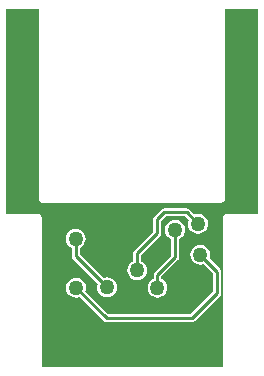
<source format=gbr>
%FSDAX44Y44*%
%MOMM*%
%SFA1B1*%

%IPPOS*%
%ADD15C,0.253999*%
%ADD16C,1.269997*%
%LNadapter_copper_signal_bot-1*%
%LPD*%
G36*
X00470634Y00387365D02*
X00444001D01*
X00442713Y00387109*
X00441621Y00386379*
X00440891Y00385287*
X00440634Y00383999*
Y00257527*
X00287366*
Y00383999*
X00287109Y00385287*
X00286380Y00386379*
X00285287Y00387109*
X00283999Y00387365*
X00257366*
Y00560634*
X00284633*
Y00489559*
Y00400001*
X00284889Y00398712*
X00285619Y00397620*
X00286711Y00396890*
X00287999Y00396634*
X00439000*
X00440288Y00396890*
X00441380Y00397620*
X00442110Y00398712*
X00442367Y00400001*
Y00489559*
Y00560634*
X00470634*
Y00387365*
G37*
%LNadapter_copper_signal_bot-2*%
%LPC*%
G36*
X00400304Y00382341D02*
X00398115Y00382053D01*
X00396076Y00381209*
X00394325Y00379865*
X00392981Y00378114*
X00392137Y00376075*
X00391849Y00373888*
X00392137Y00371699*
X00392981Y00369660*
X00394325Y00367909*
X00396076Y00366565*
X00396936Y00366209*
Y00351913*
X00382992Y00337970*
X00382262Y00336877*
X00382006Y00335589*
Y00332487*
X00381146Y00332131*
X00379395Y00330787*
X00378051Y00329036*
X00377207Y00326997*
X00376919Y00324809*
X00377207Y00322621*
X00378051Y00320582*
X00379395Y00318831*
X00381146Y00317487*
X00383185Y00316643*
X00385373Y00316355*
X00387561Y00316643*
X00389600Y00317487*
X00391351Y00318831*
X00392695Y00320582*
X00393539Y00322621*
X00393827Y00324809*
X00393539Y00326997*
X00392695Y00329036*
X00391351Y00330787*
X00389600Y00332131*
X00388740Y00332487*
Y00334194*
X00402684Y00348138*
X00403413Y00349231*
X00403670Y00350520*
Y00366209*
X00404530Y00366565*
X00406281Y00367909*
X00407625Y00369660*
X00408469Y00371699*
X00408757Y00373888*
X00408469Y00376075*
X00407625Y00378114*
X00406281Y00379865*
X00404530Y00381209*
X00402491Y00382053*
X00400304Y00382341*
G37*
G36*
X00421640Y00361005D02*
X00419451Y00360717D01*
X00417412Y00359873*
X00415661Y00358529*
X00414317Y00356778*
X00413473Y00354739*
X00413185Y00352552*
X00413473Y00350363*
X00414317Y00348324*
X00415661Y00346573*
X00417412Y00345229*
X00419451Y00344385*
X00421640Y00344097*
X00423827Y00344385*
X00424688Y00344741*
X00432496Y00336933*
Y00321434*
X00413133Y00302070*
X00343786*
X00324293Y00321562*
X00324649Y00322423*
X00324937Y00324612*
X00324649Y00326799*
X00323805Y00328838*
X00322461Y00330589*
X00320710Y00331933*
X00318671Y00332777*
X00316484Y00333065*
X00314295Y00332777*
X00312256Y00331933*
X00310505Y00330589*
X00309161Y00328838*
X00308317Y00326799*
X00308029Y00324612*
X00308317Y00322423*
X00309161Y00320384*
X00310505Y00318633*
X00312256Y00317289*
X00314295Y00316445*
X00316484Y00316157*
X00318671Y00316445*
X00319532Y00316801*
X00340010Y00296322*
X00341103Y00295593*
X00342392Y00295336*
X00414528*
X00415815Y00295593*
X00416908Y00296322*
X00438244Y00317658*
X00438973Y00318751*
X00439230Y00320040*
Y00338328*
X00438973Y00339615*
X00438244Y00340708*
X00429449Y00349502*
X00429805Y00350363*
X00430093Y00352552*
X00429805Y00354739*
X00428961Y00356778*
X00427617Y00358529*
X00425866Y00359873*
X00423827Y00360717*
X00421640Y00361005*
G37*
G36*
X00409956Y00391986D02*
X00391160D01*
X00389871Y00391729*
X00388778Y00391000*
X00382682Y00384904*
X00381953Y00383811*
X00381696Y00382524*
Y00372233*
X00365918Y00356456*
X00365189Y00355363*
X00364932Y00354076*
Y00347021*
X00364072Y00346665*
X00362321Y00345321*
X00360977Y00343570*
X00360133Y00341531*
X00359845Y00339344*
X00360133Y00337155*
X00360977Y00335116*
X00362321Y00333365*
X00364072Y00332021*
X00366111Y00331177*
X00368300Y00330889*
X00370487Y00331177*
X00372526Y00332021*
X00374277Y00333365*
X00375621Y00335116*
X00376465Y00337155*
X00376753Y00339344*
X00376465Y00341531*
X00375621Y00343570*
X00374277Y00345321*
X00372526Y00346665*
X00371666Y00347021*
Y00352681*
X00387444Y00368458*
X00388173Y00369551*
X00388430Y00370840*
Y00381128*
X00392554Y00385252*
X00408561*
X00411797Y00382016*
X00411441Y00381155*
X00411153Y00378968*
X00411441Y00376779*
X00412285Y00374740*
X00413629Y00372989*
X00415380Y00371645*
X00417419Y00370801*
X00419608Y00370513*
X00421795Y00370801*
X00423834Y00371645*
X00425585Y00372989*
X00426929Y00374740*
X00427773Y00376779*
X00428061Y00378968*
X00427773Y00381155*
X00426929Y00383194*
X00425585Y00384945*
X00423834Y00386289*
X00421795Y00387133*
X00419608Y00387421*
X00417419Y00387133*
X00416558Y00386777*
X00412336Y00391000*
X00411243Y00391729*
X00409956Y00391986*
G37*
G36*
X00315976Y00374721D02*
X00313787Y00374433D01*
X00311748Y00373589*
X00309997Y00372245*
X00308653Y00370494*
X00307809Y00368455*
X00307521Y00366268*
X00307809Y00364079*
X00308653Y00362040*
X00309997Y00360289*
X00311748Y00358945*
X00312608Y00358589*
Y00351536*
X00312865Y00350247*
X00313594Y00349154*
X00334815Y00327934*
X00334458Y00327074*
X00334170Y00324885*
X00334458Y00322697*
X00335303Y00320658*
X00336647Y00318907*
X00338398Y00317564*
X00340437Y00316719*
X00342625Y00316431*
X00344813Y00316719*
X00346852Y00317564*
X00348603Y00318907*
X00349946Y00320658*
X00350791Y00322697*
X00351079Y00324885*
X00350791Y00327074*
X00349946Y00329113*
X00348603Y00330863*
X00346852Y00332207*
X00344813Y00333052*
X00342625Y00333340*
X00340437Y00333052*
X00339576Y00332695*
X00319342Y00352929*
Y00358589*
X00320202Y00358945*
X00321953Y00360289*
X00323297Y00362040*
X00324141Y00364079*
X00324429Y00366268*
X00324141Y00368455*
X00323297Y00370494*
X00321953Y00372245*
X00320202Y00373589*
X00318163Y00374433*
X00315976Y00374721*
G37*
%LNadapter_copper_signal_bot-3*%
%LPD*%
G54D15*
X00315976Y00351536D02*
Y00366268D01*
Y00351536D02*
X00342625Y00324885D01*
X00435864Y00320040D02*
Y00338328D01*
X00421640Y00352552D02*
X00435864Y00338328D01*
X00385373Y00324809D02*
Y00335589D01*
X00400304Y00350520*
Y00373888*
X00368300Y00339344D02*
Y00354076D01*
X00385064Y00370840*
Y00382524*
X00391160Y00388620*
X00409956*
X00419608Y00378968*
X00316484Y00324612D02*
X00342392Y00298704D01*
X00414528*
X00435864Y00320040*
G54D16*
X00299720Y00325120D03*
X00413512Y00325628D03*
X00269240Y00543560D03*
X00457200D03*
Y00457200D03*
X00269240D03*
X00342625Y00324885D03*
X00385373Y00324809D03*
X00316484Y00324612D03*
X00315976Y00366268D03*
X00334264Y00357632D03*
X00368300Y00339344D03*
X00400304Y00373888D03*
X00419608Y00378968D03*
X00421640Y00352552D03*
M02*
</source>
